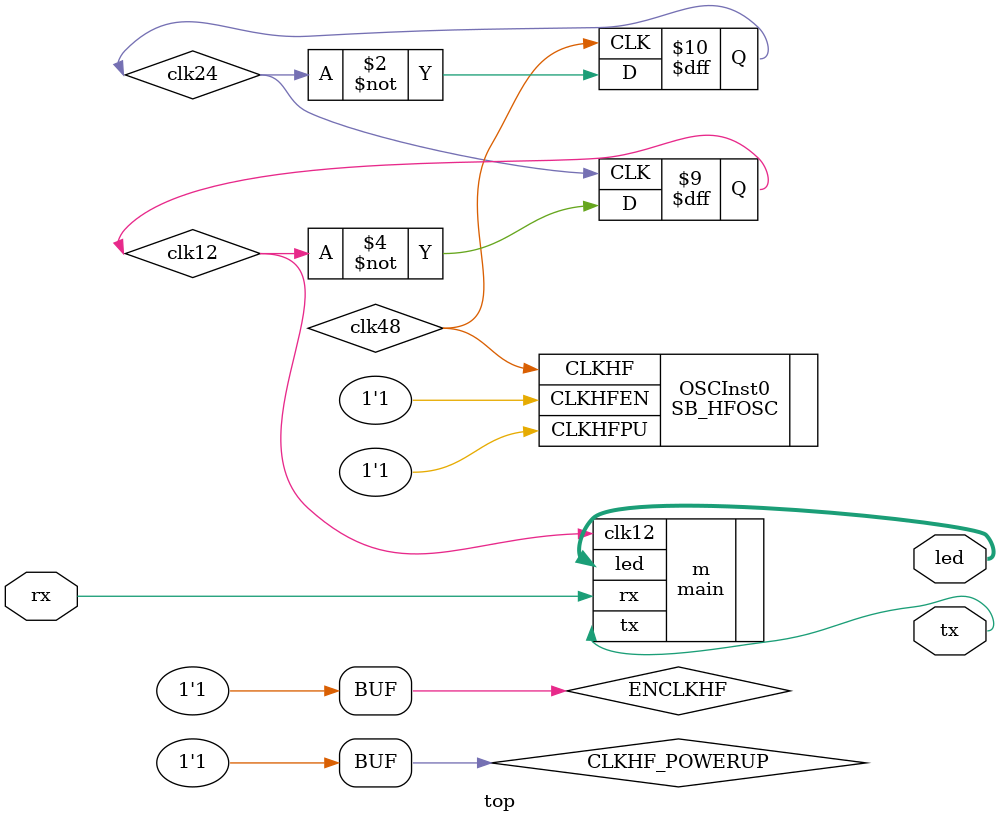
<source format=v>

module top(led, tx, rx);
	output[7:0] led;
	output tx;
	input rx;

	//input	clk;
	wire clk48;
	reg ENCLKHF = 1'b1; //clock enable
	reg CLKHF_POWERUP = 1'b1; //power up the HFOSC circuit

	SB_HFOSC #(.CLKHF_DIV("0b00")) OSCInst0 (
		.CLKHFEN(ENCLKHF),
		.CLKHFPU(CLKHF_POWERUP),
		.CLKHF(clk48)
	);

	reg clk24 = 0;
	reg clk12 = 0;

	always @(posedge clk48) begin
		clk24 <= ~clk24;
	end
	always @(posedge clk24) begin
		clk12 <= ~clk12;
	end

	main m (
		.clk12(clk12),
		.led(led),
		.tx(tx),
		.rx(rx),
	);

endmodule

</source>
